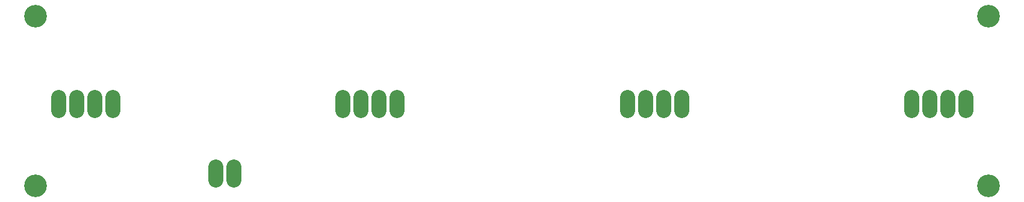
<source format=gbr>
G04 EAGLE Gerber X2 export*
%TF.Part,Single*%
%TF.FileFunction,Soldermask,Bot,1*%
%TF.FilePolarity,Negative*%
%TF.GenerationSoftware,Autodesk,EAGLE,8.7.1*%
%TF.CreationDate,2018-05-13T19:16:24Z*%
G75*
%MOMM*%
%FSLAX34Y34*%
%LPD*%
%AMOC8*
5,1,8,0,0,1.08239X$1,22.5*%
G01*
%ADD10C,3.203200*%
%ADD11C,2.082800*%


D10*
X30000Y30000D03*
X1370000Y30000D03*
X1370000Y270000D03*
X30000Y270000D03*
D11*
X308100Y57498D02*
X308100Y38702D01*
X282700Y38702D02*
X282700Y57498D01*
X61600Y136652D02*
X61600Y155448D01*
X87000Y155448D02*
X87000Y136652D01*
X112400Y136652D02*
X112400Y155448D01*
X137800Y155448D02*
X137800Y136652D01*
X461700Y136652D02*
X461700Y155448D01*
X487100Y155448D02*
X487100Y136652D01*
X512500Y136652D02*
X512500Y155448D01*
X537900Y155448D02*
X537900Y136652D01*
X861800Y136652D02*
X861800Y155448D01*
X887200Y155448D02*
X887200Y136652D01*
X912600Y136652D02*
X912600Y155448D01*
X938000Y155448D02*
X938000Y136652D01*
X1261900Y136652D02*
X1261900Y155448D01*
X1287300Y155448D02*
X1287300Y136652D01*
X1312700Y136652D02*
X1312700Y155448D01*
X1338100Y155448D02*
X1338100Y136652D01*
M02*

</source>
